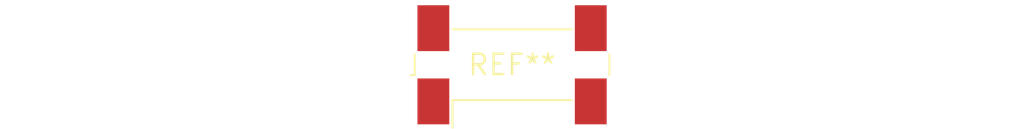
<source format=kicad_pcb>
(kicad_pcb (version 20240108) (generator pcbnew)
  (layers (0 "F.Cu" signal) (31 "B.Cu" signal) (34 "B.Paste" user) (35 "F.Paste" user) (36 "B.SilkS" user "B.Silkscreen") (37 "F.SilkS" user "F.Silkscreen") (38 "B.Mask" user) (39 "F.Mask" user) (44 "Edge.Cuts" user))
  (net 0 "")
  (footprint "Crystal_SMD_SeikoEpson_MA406-4Pin_11.7x4.0mm_HandSoldering" (layer "F.Cu") (at 0 0)
    (property "Reference" "REF**")
    (property "Value" "Crystal_SMD_SeikoEpson_MA406-4Pin_11.7x4.0mm_HandSoldering")
    (fp_line (start -6.29 0.65) (end -6.05 0.65) (layer "F.SilkS") (stroke (width 0.12)))
    (fp_line (start -6.05 0.65) (end -6.05 -0.65) (layer "F.SilkS") (stroke (width 0.12)))
    (fp_line (start -3.7 -2.2) (end 3.7 -2.2) (layer "F.SilkS") (stroke (width 0.12)))
    (fp_line (start -3.7 2.2) (end -3.7 3.9) (layer "F.SilkS") (stroke (width 0.12)))
    (fp_line (start 3.7 2.2) (end -3.7 2.2) (layer "F.SilkS") (stroke (width 0.12)))
    (fp_line (start 6.05 -0.65) (end 6.05 0.65) (layer "F.SilkS") (stroke (width 0.12)))
    (pad "1" smd rect (at -4.89 2.275) (size 1.98 2.85) (layers "F.Cu" "F.Paste" "F.Mask"))
    (pad "2" smd rect (at 4.89 2.275) (size 1.98 2.85) (layers "F.Cu" "F.Paste" "F.Mask"))
    (pad "3" smd rect (at 4.89 -2.275) (size 1.98 2.85) (layers "F.Cu" "F.Paste" "F.Mask"))
    (pad "4" smd rect (at -4.89 -2.275) (size 1.98 2.85) (layers "F.Cu" "F.Paste" "F.Mask"))
  )
)
</source>
